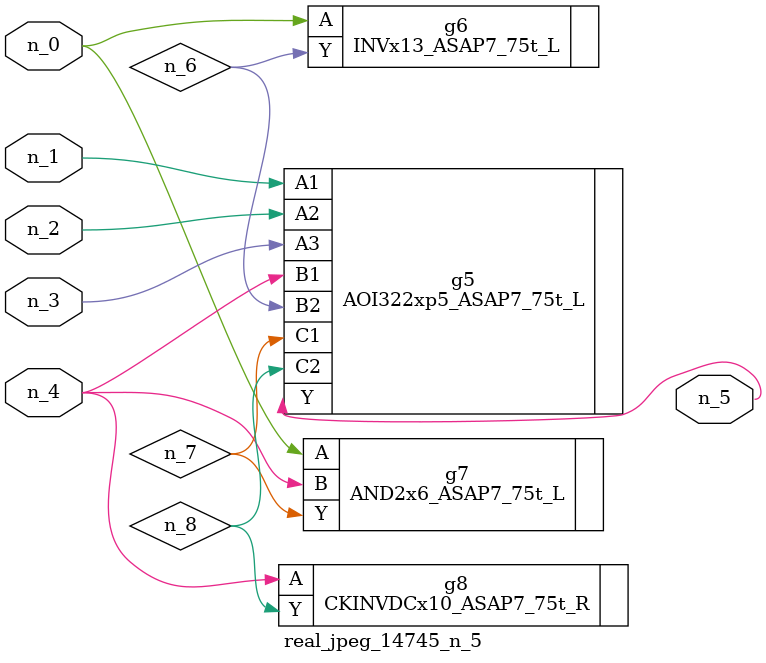
<source format=v>
module real_jpeg_14745_n_5 (n_4, n_0, n_1, n_2, n_3, n_5);

input n_4;
input n_0;
input n_1;
input n_2;
input n_3;

output n_5;

wire n_8;
wire n_6;
wire n_7;

INVx13_ASAP7_75t_L g6 ( 
.A(n_0),
.Y(n_6)
);

AND2x6_ASAP7_75t_L g7 ( 
.A(n_0),
.B(n_4),
.Y(n_7)
);

AOI322xp5_ASAP7_75t_L g5 ( 
.A1(n_1),
.A2(n_2),
.A3(n_3),
.B1(n_4),
.B2(n_6),
.C1(n_7),
.C2(n_8),
.Y(n_5)
);

CKINVDCx10_ASAP7_75t_R g8 ( 
.A(n_4),
.Y(n_8)
);


endmodule
</source>
